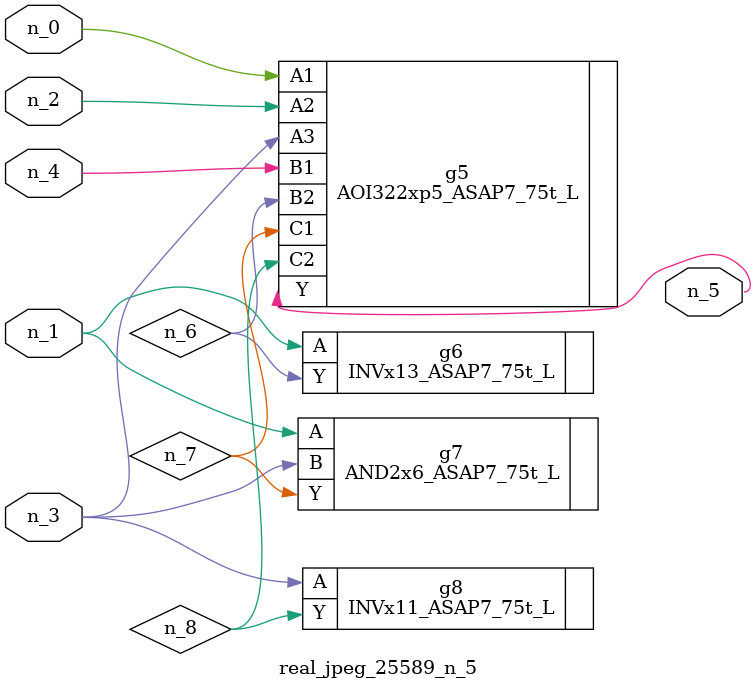
<source format=v>
module real_jpeg_25589_n_5 (n_4, n_0, n_1, n_2, n_3, n_5);

input n_4;
input n_0;
input n_1;
input n_2;
input n_3;

output n_5;

wire n_8;
wire n_6;
wire n_7;

AOI322xp5_ASAP7_75t_L g5 ( 
.A1(n_0),
.A2(n_2),
.A3(n_3),
.B1(n_4),
.B2(n_6),
.C1(n_7),
.C2(n_8),
.Y(n_5)
);

INVx13_ASAP7_75t_L g6 ( 
.A(n_1),
.Y(n_6)
);

AND2x6_ASAP7_75t_L g7 ( 
.A(n_1),
.B(n_3),
.Y(n_7)
);

INVx11_ASAP7_75t_L g8 ( 
.A(n_3),
.Y(n_8)
);


endmodule
</source>
